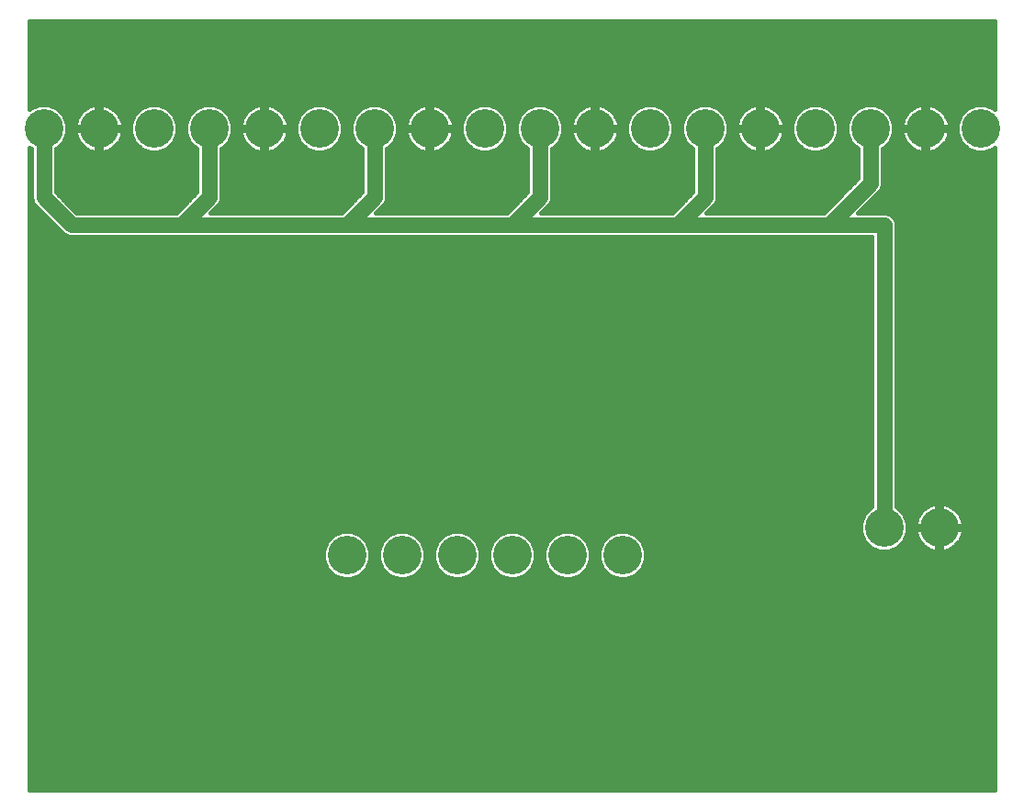
<source format=gbl>
G75*
%MOIN*%
%OFA0B0*%
%FSLAX25Y25*%
%IPPOS*%
%LPD*%
%AMOC8*
5,1,8,0,0,1.08239X$1,22.5*
%
%ADD10C,0.14000*%
%ADD11C,0.01600*%
%ADD12C,0.05600*%
D10*
X0123000Y0091800D03*
X0143000Y0091800D03*
X0163000Y0091800D03*
X0183000Y0091800D03*
X0203000Y0091800D03*
X0223000Y0091800D03*
X0318000Y0101800D03*
X0338000Y0101800D03*
X0333000Y0246800D03*
X0353000Y0246800D03*
X0313000Y0246800D03*
X0293000Y0246800D03*
X0273000Y0246800D03*
X0253000Y0246800D03*
X0233000Y0246800D03*
X0213000Y0246800D03*
X0193000Y0246800D03*
X0173000Y0246800D03*
X0153000Y0246800D03*
X0133000Y0246800D03*
X0113000Y0246800D03*
X0093000Y0246800D03*
X0073000Y0246800D03*
X0053000Y0246800D03*
X0033000Y0246800D03*
X0013000Y0246800D03*
D11*
X0007800Y0239838D02*
X0007800Y0006600D01*
X0358121Y0006600D01*
X0358121Y0239759D01*
X0357872Y0239509D01*
X0354711Y0238200D01*
X0351289Y0238200D01*
X0348128Y0239509D01*
X0345709Y0241928D01*
X0344400Y0245089D01*
X0344400Y0248511D01*
X0345709Y0251672D01*
X0348128Y0254091D01*
X0351289Y0255400D01*
X0354711Y0255400D01*
X0357872Y0254091D01*
X0358121Y0253841D01*
X0358121Y0285701D01*
X0007800Y0285701D01*
X0007800Y0253762D01*
X0008128Y0254091D01*
X0011289Y0255400D01*
X0014711Y0255400D01*
X0017872Y0254091D01*
X0020291Y0251672D01*
X0021600Y0248511D01*
X0021600Y0245089D01*
X0020291Y0241928D01*
X0017872Y0239509D01*
X0017400Y0239314D01*
X0017400Y0223623D01*
X0024823Y0216200D01*
X0061177Y0216200D01*
X0068600Y0223623D01*
X0068600Y0239314D01*
X0068128Y0239509D01*
X0065709Y0241928D01*
X0064400Y0245089D01*
X0064400Y0248511D01*
X0065709Y0251672D01*
X0068128Y0254091D01*
X0071289Y0255400D01*
X0074711Y0255400D01*
X0077872Y0254091D01*
X0080291Y0251672D01*
X0081600Y0248511D01*
X0081600Y0245089D01*
X0080291Y0241928D01*
X0077872Y0239509D01*
X0077400Y0239314D01*
X0077400Y0220925D01*
X0076730Y0219308D01*
X0073623Y0216200D01*
X0121177Y0216200D01*
X0128600Y0223623D01*
X0128600Y0239314D01*
X0128128Y0239509D01*
X0125709Y0241928D01*
X0124400Y0245089D01*
X0124400Y0248511D01*
X0125709Y0251672D01*
X0128128Y0254091D01*
X0131289Y0255400D01*
X0134711Y0255400D01*
X0137872Y0254091D01*
X0140291Y0251672D01*
X0141600Y0248511D01*
X0141600Y0245089D01*
X0140291Y0241928D01*
X0137872Y0239509D01*
X0137400Y0239314D01*
X0137400Y0220925D01*
X0136730Y0219308D01*
X0133623Y0216200D01*
X0181177Y0216200D01*
X0188600Y0223623D01*
X0188600Y0239314D01*
X0188128Y0239509D01*
X0185709Y0241928D01*
X0184400Y0245089D01*
X0184400Y0248511D01*
X0185709Y0251672D01*
X0188128Y0254091D01*
X0191289Y0255400D01*
X0194711Y0255400D01*
X0197872Y0254091D01*
X0200291Y0251672D01*
X0201600Y0248511D01*
X0201600Y0245089D01*
X0200291Y0241928D01*
X0197872Y0239509D01*
X0197400Y0239314D01*
X0197400Y0220925D01*
X0196730Y0219308D01*
X0193623Y0216200D01*
X0241177Y0216200D01*
X0248600Y0223623D01*
X0248600Y0239314D01*
X0248128Y0239509D01*
X0245709Y0241928D01*
X0244400Y0245089D01*
X0244400Y0248511D01*
X0245709Y0251672D01*
X0248128Y0254091D01*
X0251289Y0255400D01*
X0254711Y0255400D01*
X0257872Y0254091D01*
X0260291Y0251672D01*
X0261600Y0248511D01*
X0261600Y0245089D01*
X0260291Y0241928D01*
X0257872Y0239509D01*
X0257400Y0239314D01*
X0257400Y0220925D01*
X0256730Y0219308D01*
X0255492Y0218070D01*
X0255492Y0218070D01*
X0253623Y0216200D01*
X0296177Y0216200D01*
X0308600Y0228623D01*
X0308600Y0239314D01*
X0308128Y0239509D01*
X0305709Y0241928D01*
X0304400Y0245089D01*
X0304400Y0248511D01*
X0305709Y0251672D01*
X0308128Y0254091D01*
X0311289Y0255400D01*
X0314711Y0255400D01*
X0317872Y0254091D01*
X0320291Y0251672D01*
X0321600Y0248511D01*
X0321600Y0245089D01*
X0320291Y0241928D01*
X0317872Y0239509D01*
X0317400Y0239314D01*
X0317400Y0225925D01*
X0316730Y0224308D01*
X0308623Y0216200D01*
X0318875Y0216200D01*
X0320492Y0215530D01*
X0321730Y0214292D01*
X0322400Y0212675D01*
X0322400Y0109286D01*
X0322872Y0109091D01*
X0325291Y0106672D01*
X0326600Y0103511D01*
X0326600Y0100089D01*
X0325291Y0096928D01*
X0322872Y0094509D01*
X0319711Y0093200D01*
X0316289Y0093200D01*
X0313128Y0094509D01*
X0310709Y0096928D01*
X0309400Y0100089D01*
X0309400Y0103511D01*
X0310709Y0106672D01*
X0313128Y0109091D01*
X0313600Y0109286D01*
X0313600Y0207400D01*
X0022125Y0207400D01*
X0020508Y0208070D01*
X0019270Y0209308D01*
X0009270Y0219308D01*
X0008600Y0220925D01*
X0008600Y0239314D01*
X0008128Y0239509D01*
X0007800Y0239838D01*
X0007800Y0238380D02*
X0008600Y0238380D01*
X0008600Y0236781D02*
X0007800Y0236781D01*
X0007800Y0235183D02*
X0008600Y0235183D01*
X0008600Y0233584D02*
X0007800Y0233584D01*
X0007800Y0231986D02*
X0008600Y0231986D01*
X0008600Y0230387D02*
X0007800Y0230387D01*
X0007800Y0228789D02*
X0008600Y0228789D01*
X0008600Y0227190D02*
X0007800Y0227190D01*
X0007800Y0225592D02*
X0008600Y0225592D01*
X0008600Y0223993D02*
X0007800Y0223993D01*
X0007800Y0222395D02*
X0008600Y0222395D01*
X0008653Y0220796D02*
X0007800Y0220796D01*
X0007800Y0219198D02*
X0009380Y0219198D01*
X0007800Y0217599D02*
X0010978Y0217599D01*
X0012577Y0216001D02*
X0007800Y0216001D01*
X0007800Y0214402D02*
X0014175Y0214402D01*
X0015774Y0212803D02*
X0007800Y0212803D01*
X0007800Y0211205D02*
X0017372Y0211205D01*
X0018971Y0209606D02*
X0007800Y0209606D01*
X0007800Y0208008D02*
X0020657Y0208008D01*
X0007800Y0206409D02*
X0313600Y0206409D01*
X0313600Y0204811D02*
X0007800Y0204811D01*
X0007800Y0203212D02*
X0313600Y0203212D01*
X0313600Y0201614D02*
X0007800Y0201614D01*
X0007800Y0200015D02*
X0313600Y0200015D01*
X0313600Y0198417D02*
X0007800Y0198417D01*
X0007800Y0196818D02*
X0313600Y0196818D01*
X0313600Y0195220D02*
X0007800Y0195220D01*
X0007800Y0193621D02*
X0313600Y0193621D01*
X0313600Y0192023D02*
X0007800Y0192023D01*
X0007800Y0190424D02*
X0313600Y0190424D01*
X0313600Y0188826D02*
X0007800Y0188826D01*
X0007800Y0187227D02*
X0313600Y0187227D01*
X0313600Y0185629D02*
X0007800Y0185629D01*
X0007800Y0184030D02*
X0313600Y0184030D01*
X0313600Y0182432D02*
X0007800Y0182432D01*
X0007800Y0180833D02*
X0313600Y0180833D01*
X0313600Y0179235D02*
X0007800Y0179235D01*
X0007800Y0177636D02*
X0313600Y0177636D01*
X0313600Y0176038D02*
X0007800Y0176038D01*
X0007800Y0174439D02*
X0313600Y0174439D01*
X0313600Y0172841D02*
X0007800Y0172841D01*
X0007800Y0171242D02*
X0313600Y0171242D01*
X0313600Y0169644D02*
X0007800Y0169644D01*
X0007800Y0168045D02*
X0313600Y0168045D01*
X0313600Y0166447D02*
X0007800Y0166447D01*
X0007800Y0164848D02*
X0313600Y0164848D01*
X0313600Y0163250D02*
X0007800Y0163250D01*
X0007800Y0161651D02*
X0313600Y0161651D01*
X0313600Y0160053D02*
X0007800Y0160053D01*
X0007800Y0158454D02*
X0313600Y0158454D01*
X0313600Y0156856D02*
X0007800Y0156856D01*
X0007800Y0155257D02*
X0313600Y0155257D01*
X0313600Y0153659D02*
X0007800Y0153659D01*
X0007800Y0152060D02*
X0313600Y0152060D01*
X0313600Y0150462D02*
X0007800Y0150462D01*
X0007800Y0148863D02*
X0313600Y0148863D01*
X0313600Y0147265D02*
X0007800Y0147265D01*
X0007800Y0145666D02*
X0313600Y0145666D01*
X0313600Y0144068D02*
X0007800Y0144068D01*
X0007800Y0142469D02*
X0313600Y0142469D01*
X0313600Y0140870D02*
X0007800Y0140870D01*
X0007800Y0139272D02*
X0313600Y0139272D01*
X0313600Y0137673D02*
X0007800Y0137673D01*
X0007800Y0136075D02*
X0313600Y0136075D01*
X0313600Y0134476D02*
X0007800Y0134476D01*
X0007800Y0132878D02*
X0313600Y0132878D01*
X0313600Y0131279D02*
X0007800Y0131279D01*
X0007800Y0129681D02*
X0313600Y0129681D01*
X0313600Y0128082D02*
X0007800Y0128082D01*
X0007800Y0126484D02*
X0313600Y0126484D01*
X0313600Y0124885D02*
X0007800Y0124885D01*
X0007800Y0123287D02*
X0313600Y0123287D01*
X0313600Y0121688D02*
X0007800Y0121688D01*
X0007800Y0120090D02*
X0313600Y0120090D01*
X0313600Y0118491D02*
X0007800Y0118491D01*
X0007800Y0116893D02*
X0313600Y0116893D01*
X0313600Y0115294D02*
X0007800Y0115294D01*
X0007800Y0113696D02*
X0313600Y0113696D01*
X0313600Y0112097D02*
X0007800Y0112097D01*
X0007800Y0110499D02*
X0313600Y0110499D01*
X0312938Y0108900D02*
X0007800Y0108900D01*
X0007800Y0107302D02*
X0311340Y0107302D01*
X0310308Y0105703D02*
X0007800Y0105703D01*
X0007800Y0104105D02*
X0309646Y0104105D01*
X0309400Y0102506D02*
X0007800Y0102506D01*
X0007800Y0100908D02*
X0309400Y0100908D01*
X0309723Y0099309D02*
X0227344Y0099309D01*
X0227872Y0099091D02*
X0224711Y0100400D01*
X0221289Y0100400D01*
X0218128Y0099091D01*
X0215709Y0096672D01*
X0214400Y0093511D01*
X0214400Y0090089D01*
X0215709Y0086928D01*
X0218128Y0084509D01*
X0221289Y0083200D01*
X0224711Y0083200D01*
X0227872Y0084509D01*
X0230291Y0086928D01*
X0231600Y0090089D01*
X0231600Y0093511D01*
X0230291Y0096672D01*
X0227872Y0099091D01*
X0229252Y0097711D02*
X0310385Y0097711D01*
X0311526Y0096112D02*
X0230522Y0096112D01*
X0231185Y0094514D02*
X0313124Y0094514D01*
X0322876Y0094514D02*
X0333040Y0094514D01*
X0333100Y0094467D02*
X0334099Y0093891D01*
X0335165Y0093449D01*
X0336280Y0093151D01*
X0337200Y0093029D01*
X0337200Y0101000D01*
X0338800Y0101000D01*
X0338800Y0102600D01*
X0346771Y0102600D01*
X0346649Y0103520D01*
X0346351Y0104635D01*
X0345909Y0105700D01*
X0345333Y0106699D01*
X0344630Y0107615D01*
X0343815Y0108430D01*
X0342899Y0109133D01*
X0341900Y0109709D01*
X0340835Y0110151D01*
X0339720Y0110449D01*
X0338800Y0110571D01*
X0338800Y0102600D01*
X0337200Y0102600D01*
X0337200Y0110571D01*
X0336280Y0110449D01*
X0335165Y0110151D01*
X0334099Y0109709D01*
X0333100Y0109133D01*
X0332185Y0108430D01*
X0331370Y0107615D01*
X0330667Y0106699D01*
X0330091Y0105700D01*
X0329649Y0104635D01*
X0329351Y0103520D01*
X0329229Y0102600D01*
X0337200Y0102600D01*
X0337200Y0101000D01*
X0329229Y0101000D01*
X0329351Y0100080D01*
X0329649Y0098965D01*
X0330091Y0097899D01*
X0330667Y0096900D01*
X0331370Y0095985D01*
X0332185Y0095170D01*
X0333100Y0094467D01*
X0331272Y0096112D02*
X0324474Y0096112D01*
X0325615Y0097711D02*
X0330200Y0097711D01*
X0329557Y0099309D02*
X0326277Y0099309D01*
X0326600Y0100908D02*
X0329242Y0100908D01*
X0326600Y0102506D02*
X0337200Y0102506D01*
X0337200Y0100908D02*
X0338800Y0100908D01*
X0338800Y0101000D02*
X0338800Y0093029D01*
X0339720Y0093151D01*
X0340835Y0093449D01*
X0341900Y0093891D01*
X0342899Y0094467D01*
X0343815Y0095170D01*
X0344630Y0095985D01*
X0345333Y0096900D01*
X0345909Y0097899D01*
X0346351Y0098965D01*
X0346649Y0100080D01*
X0346771Y0101000D01*
X0338800Y0101000D01*
X0338800Y0102506D02*
X0358121Y0102506D01*
X0358121Y0100908D02*
X0346758Y0100908D01*
X0346443Y0099309D02*
X0358121Y0099309D01*
X0358121Y0097711D02*
X0345800Y0097711D01*
X0344728Y0096112D02*
X0358121Y0096112D01*
X0358121Y0094514D02*
X0342960Y0094514D01*
X0338800Y0094514D02*
X0337200Y0094514D01*
X0337200Y0096112D02*
X0338800Y0096112D01*
X0338800Y0097711D02*
X0337200Y0097711D01*
X0337200Y0099309D02*
X0338800Y0099309D01*
X0338800Y0104105D02*
X0337200Y0104105D01*
X0337200Y0105703D02*
X0338800Y0105703D01*
X0338800Y0107302D02*
X0337200Y0107302D01*
X0337200Y0108900D02*
X0338800Y0108900D01*
X0338800Y0110499D02*
X0337200Y0110499D01*
X0336654Y0110499D02*
X0322400Y0110499D01*
X0322400Y0112097D02*
X0358121Y0112097D01*
X0358121Y0110499D02*
X0339346Y0110499D01*
X0343202Y0108900D02*
X0358121Y0108900D01*
X0358121Y0107302D02*
X0344871Y0107302D01*
X0345908Y0105703D02*
X0358121Y0105703D01*
X0358121Y0104105D02*
X0346493Y0104105D01*
X0332798Y0108900D02*
X0323062Y0108900D01*
X0324660Y0107302D02*
X0331129Y0107302D01*
X0330092Y0105703D02*
X0325692Y0105703D01*
X0326354Y0104105D02*
X0329507Y0104105D01*
X0322400Y0113696D02*
X0358121Y0113696D01*
X0358121Y0115294D02*
X0322400Y0115294D01*
X0322400Y0116893D02*
X0358121Y0116893D01*
X0358121Y0118491D02*
X0322400Y0118491D01*
X0322400Y0120090D02*
X0358121Y0120090D01*
X0358121Y0121688D02*
X0322400Y0121688D01*
X0322400Y0123287D02*
X0358121Y0123287D01*
X0358121Y0124885D02*
X0322400Y0124885D01*
X0322400Y0126484D02*
X0358121Y0126484D01*
X0358121Y0128082D02*
X0322400Y0128082D01*
X0322400Y0129681D02*
X0358121Y0129681D01*
X0358121Y0131279D02*
X0322400Y0131279D01*
X0322400Y0132878D02*
X0358121Y0132878D01*
X0358121Y0134476D02*
X0322400Y0134476D01*
X0322400Y0136075D02*
X0358121Y0136075D01*
X0358121Y0137673D02*
X0322400Y0137673D01*
X0322400Y0139272D02*
X0358121Y0139272D01*
X0358121Y0140870D02*
X0322400Y0140870D01*
X0322400Y0142469D02*
X0358121Y0142469D01*
X0358121Y0144068D02*
X0322400Y0144068D01*
X0322400Y0145666D02*
X0358121Y0145666D01*
X0358121Y0147265D02*
X0322400Y0147265D01*
X0322400Y0148863D02*
X0358121Y0148863D01*
X0358121Y0150462D02*
X0322400Y0150462D01*
X0322400Y0152060D02*
X0358121Y0152060D01*
X0358121Y0153659D02*
X0322400Y0153659D01*
X0322400Y0155257D02*
X0358121Y0155257D01*
X0358121Y0156856D02*
X0322400Y0156856D01*
X0322400Y0158454D02*
X0358121Y0158454D01*
X0358121Y0160053D02*
X0322400Y0160053D01*
X0322400Y0161651D02*
X0358121Y0161651D01*
X0358121Y0163250D02*
X0322400Y0163250D01*
X0322400Y0164848D02*
X0358121Y0164848D01*
X0358121Y0166447D02*
X0322400Y0166447D01*
X0322400Y0168045D02*
X0358121Y0168045D01*
X0358121Y0169644D02*
X0322400Y0169644D01*
X0322400Y0171242D02*
X0358121Y0171242D01*
X0358121Y0172841D02*
X0322400Y0172841D01*
X0322400Y0174439D02*
X0358121Y0174439D01*
X0358121Y0176038D02*
X0322400Y0176038D01*
X0322400Y0177636D02*
X0358121Y0177636D01*
X0358121Y0179235D02*
X0322400Y0179235D01*
X0322400Y0180833D02*
X0358121Y0180833D01*
X0358121Y0182432D02*
X0322400Y0182432D01*
X0322400Y0184030D02*
X0358121Y0184030D01*
X0358121Y0185629D02*
X0322400Y0185629D01*
X0322400Y0187227D02*
X0358121Y0187227D01*
X0358121Y0188826D02*
X0322400Y0188826D01*
X0322400Y0190424D02*
X0358121Y0190424D01*
X0358121Y0192023D02*
X0322400Y0192023D01*
X0322400Y0193621D02*
X0358121Y0193621D01*
X0358121Y0195220D02*
X0322400Y0195220D01*
X0322400Y0196818D02*
X0358121Y0196818D01*
X0358121Y0198417D02*
X0322400Y0198417D01*
X0322400Y0200015D02*
X0358121Y0200015D01*
X0358121Y0201614D02*
X0322400Y0201614D01*
X0322400Y0203212D02*
X0358121Y0203212D01*
X0358121Y0204811D02*
X0322400Y0204811D01*
X0322400Y0206409D02*
X0358121Y0206409D01*
X0358121Y0208008D02*
X0322400Y0208008D01*
X0322400Y0209606D02*
X0358121Y0209606D01*
X0358121Y0211205D02*
X0322400Y0211205D01*
X0322347Y0212803D02*
X0358121Y0212803D01*
X0358121Y0214402D02*
X0321621Y0214402D01*
X0319357Y0216001D02*
X0358121Y0216001D01*
X0358121Y0217599D02*
X0310022Y0217599D01*
X0311620Y0219198D02*
X0358121Y0219198D01*
X0358121Y0220796D02*
X0313219Y0220796D01*
X0314817Y0222395D02*
X0358121Y0222395D01*
X0358121Y0223993D02*
X0316416Y0223993D01*
X0317262Y0225592D02*
X0358121Y0225592D01*
X0358121Y0227190D02*
X0317400Y0227190D01*
X0317400Y0228789D02*
X0358121Y0228789D01*
X0358121Y0230387D02*
X0317400Y0230387D01*
X0317400Y0231986D02*
X0358121Y0231986D01*
X0358121Y0233584D02*
X0317400Y0233584D01*
X0317400Y0235183D02*
X0358121Y0235183D01*
X0358121Y0236781D02*
X0317400Y0236781D01*
X0317400Y0238380D02*
X0330424Y0238380D01*
X0330165Y0238449D02*
X0331280Y0238151D01*
X0332200Y0238029D01*
X0332200Y0246000D01*
X0333800Y0246000D01*
X0333800Y0247600D01*
X0341771Y0247600D01*
X0341649Y0248520D01*
X0341351Y0249635D01*
X0340909Y0250700D01*
X0340333Y0251699D01*
X0339630Y0252615D01*
X0338815Y0253430D01*
X0337899Y0254133D01*
X0336900Y0254709D01*
X0335835Y0255151D01*
X0334720Y0255449D01*
X0333800Y0255571D01*
X0333800Y0247600D01*
X0332200Y0247600D01*
X0332200Y0255571D01*
X0331280Y0255449D01*
X0330165Y0255151D01*
X0329099Y0254709D01*
X0328100Y0254133D01*
X0327185Y0253430D01*
X0326370Y0252615D01*
X0325667Y0251699D01*
X0325091Y0250700D01*
X0324649Y0249635D01*
X0324351Y0248520D01*
X0324229Y0247600D01*
X0332200Y0247600D01*
X0332200Y0246000D01*
X0324229Y0246000D01*
X0324351Y0245080D01*
X0324649Y0243965D01*
X0325091Y0242899D01*
X0325667Y0241900D01*
X0326370Y0240985D01*
X0327185Y0240170D01*
X0328100Y0239467D01*
X0329099Y0238891D01*
X0330165Y0238449D01*
X0332200Y0238380D02*
X0333800Y0238380D01*
X0333800Y0238029D02*
X0334720Y0238151D01*
X0335835Y0238449D01*
X0336900Y0238891D01*
X0337899Y0239467D01*
X0338815Y0240170D01*
X0339630Y0240985D01*
X0340333Y0241900D01*
X0340909Y0242899D01*
X0341351Y0243965D01*
X0341649Y0245080D01*
X0341771Y0246000D01*
X0333800Y0246000D01*
X0333800Y0238029D01*
X0335575Y0238380D02*
X0350856Y0238380D01*
X0347660Y0239978D02*
X0338565Y0239978D01*
X0340084Y0241577D02*
X0346061Y0241577D01*
X0345193Y0243175D02*
X0341024Y0243175D01*
X0341567Y0244774D02*
X0344531Y0244774D01*
X0344400Y0246372D02*
X0333800Y0246372D01*
X0333800Y0244774D02*
X0332200Y0244774D01*
X0332200Y0246372D02*
X0321600Y0246372D01*
X0321600Y0247971D02*
X0324278Y0247971D01*
X0324632Y0249569D02*
X0321162Y0249569D01*
X0320499Y0251168D02*
X0325360Y0251168D01*
X0326521Y0252766D02*
X0319196Y0252766D01*
X0317210Y0254365D02*
X0328503Y0254365D01*
X0332200Y0254365D02*
X0333800Y0254365D01*
X0333800Y0252766D02*
X0332200Y0252766D01*
X0332200Y0251168D02*
X0333800Y0251168D01*
X0333800Y0249569D02*
X0332200Y0249569D01*
X0332200Y0247971D02*
X0333800Y0247971D01*
X0333800Y0243175D02*
X0332200Y0243175D01*
X0332200Y0241577D02*
X0333800Y0241577D01*
X0333800Y0239978D02*
X0332200Y0239978D01*
X0327435Y0239978D02*
X0318340Y0239978D01*
X0319939Y0241577D02*
X0325916Y0241577D01*
X0324976Y0243175D02*
X0320807Y0243175D01*
X0321469Y0244774D02*
X0324433Y0244774D01*
X0337497Y0254365D02*
X0348790Y0254365D01*
X0346804Y0252766D02*
X0339479Y0252766D01*
X0340640Y0251168D02*
X0345501Y0251168D01*
X0344838Y0249569D02*
X0341368Y0249569D01*
X0341722Y0247971D02*
X0344400Y0247971D01*
X0357210Y0254365D02*
X0358121Y0254365D01*
X0358121Y0255963D02*
X0007800Y0255963D01*
X0007800Y0254365D02*
X0008790Y0254365D01*
X0007800Y0257562D02*
X0358121Y0257562D01*
X0358121Y0259160D02*
X0007800Y0259160D01*
X0007800Y0260759D02*
X0358121Y0260759D01*
X0358121Y0262357D02*
X0007800Y0262357D01*
X0007800Y0263956D02*
X0358121Y0263956D01*
X0358121Y0265554D02*
X0007800Y0265554D01*
X0007800Y0267153D02*
X0358121Y0267153D01*
X0358121Y0268751D02*
X0007800Y0268751D01*
X0007800Y0270350D02*
X0358121Y0270350D01*
X0358121Y0271948D02*
X0007800Y0271948D01*
X0007800Y0273547D02*
X0358121Y0273547D01*
X0358121Y0275145D02*
X0007800Y0275145D01*
X0007800Y0276744D02*
X0358121Y0276744D01*
X0358121Y0278342D02*
X0007800Y0278342D01*
X0007800Y0279941D02*
X0358121Y0279941D01*
X0358121Y0281539D02*
X0007800Y0281539D01*
X0007800Y0283138D02*
X0358121Y0283138D01*
X0358121Y0284737D02*
X0007800Y0284737D01*
X0030165Y0255151D02*
X0031280Y0255449D01*
X0032200Y0255571D01*
X0032200Y0247600D01*
X0033800Y0247600D01*
X0041771Y0247600D01*
X0041649Y0248520D01*
X0041351Y0249635D01*
X0040909Y0250700D01*
X0040333Y0251699D01*
X0039630Y0252615D01*
X0038815Y0253430D01*
X0037899Y0254133D01*
X0036900Y0254709D01*
X0035835Y0255151D01*
X0034720Y0255449D01*
X0033800Y0255571D01*
X0033800Y0247600D01*
X0033800Y0246000D01*
X0041771Y0246000D01*
X0041649Y0245080D01*
X0041351Y0243965D01*
X0040909Y0242899D01*
X0040333Y0241900D01*
X0039630Y0240985D01*
X0038815Y0240170D01*
X0037899Y0239467D01*
X0036900Y0238891D01*
X0035835Y0238449D01*
X0034720Y0238151D01*
X0033800Y0238029D01*
X0033800Y0246000D01*
X0032200Y0246000D01*
X0032200Y0238029D01*
X0031280Y0238151D01*
X0030165Y0238449D01*
X0029099Y0238891D01*
X0028100Y0239467D01*
X0027185Y0240170D01*
X0026370Y0240985D01*
X0025667Y0241900D01*
X0025091Y0242899D01*
X0024649Y0243965D01*
X0024351Y0245080D01*
X0024229Y0246000D01*
X0032200Y0246000D01*
X0032200Y0247600D01*
X0024229Y0247600D01*
X0024351Y0248520D01*
X0024649Y0249635D01*
X0025091Y0250700D01*
X0025667Y0251699D01*
X0026370Y0252615D01*
X0027185Y0253430D01*
X0028100Y0254133D01*
X0029099Y0254709D01*
X0030165Y0255151D01*
X0028503Y0254365D02*
X0017210Y0254365D01*
X0019196Y0252766D02*
X0026521Y0252766D01*
X0025360Y0251168D02*
X0020499Y0251168D01*
X0021162Y0249569D02*
X0024632Y0249569D01*
X0024278Y0247971D02*
X0021600Y0247971D01*
X0021600Y0246372D02*
X0032200Y0246372D01*
X0032200Y0244774D02*
X0033800Y0244774D01*
X0033800Y0246372D02*
X0044400Y0246372D01*
X0044400Y0245089D02*
X0045709Y0241928D01*
X0048128Y0239509D01*
X0051289Y0238200D01*
X0054711Y0238200D01*
X0057872Y0239509D01*
X0060291Y0241928D01*
X0061600Y0245089D01*
X0061600Y0248511D01*
X0060291Y0251672D01*
X0057872Y0254091D01*
X0054711Y0255400D01*
X0051289Y0255400D01*
X0048128Y0254091D01*
X0045709Y0251672D01*
X0044400Y0248511D01*
X0044400Y0245089D01*
X0044531Y0244774D02*
X0041567Y0244774D01*
X0041024Y0243175D02*
X0045193Y0243175D01*
X0046061Y0241577D02*
X0040084Y0241577D01*
X0038565Y0239978D02*
X0047660Y0239978D01*
X0050856Y0238380D02*
X0035575Y0238380D01*
X0033800Y0238380D02*
X0032200Y0238380D01*
X0032200Y0239978D02*
X0033800Y0239978D01*
X0033800Y0241577D02*
X0032200Y0241577D01*
X0032200Y0243175D02*
X0033800Y0243175D01*
X0030424Y0238380D02*
X0017400Y0238380D01*
X0017400Y0236781D02*
X0068600Y0236781D01*
X0068600Y0235183D02*
X0017400Y0235183D01*
X0017400Y0233584D02*
X0068600Y0233584D01*
X0068600Y0231986D02*
X0017400Y0231986D01*
X0017400Y0230387D02*
X0068600Y0230387D01*
X0068600Y0228789D02*
X0017400Y0228789D01*
X0017400Y0227190D02*
X0068600Y0227190D01*
X0068600Y0225592D02*
X0017400Y0225592D01*
X0017400Y0223993D02*
X0068600Y0223993D01*
X0067372Y0222395D02*
X0018628Y0222395D01*
X0020226Y0220796D02*
X0065774Y0220796D01*
X0064175Y0219198D02*
X0021825Y0219198D01*
X0023423Y0217599D02*
X0062576Y0217599D01*
X0075022Y0217599D02*
X0122576Y0217599D01*
X0124175Y0219198D02*
X0076620Y0219198D01*
X0077347Y0220796D02*
X0125774Y0220796D01*
X0127372Y0222395D02*
X0077400Y0222395D01*
X0077400Y0223993D02*
X0128600Y0223993D01*
X0128600Y0225592D02*
X0077400Y0225592D01*
X0077400Y0227190D02*
X0128600Y0227190D01*
X0128600Y0228789D02*
X0077400Y0228789D01*
X0077400Y0230387D02*
X0128600Y0230387D01*
X0128600Y0231986D02*
X0077400Y0231986D01*
X0077400Y0233584D02*
X0128600Y0233584D01*
X0128600Y0235183D02*
X0077400Y0235183D01*
X0077400Y0236781D02*
X0128600Y0236781D01*
X0128600Y0238380D02*
X0115144Y0238380D01*
X0114711Y0238200D02*
X0117872Y0239509D01*
X0120291Y0241928D01*
X0121600Y0245089D01*
X0121600Y0248511D01*
X0120291Y0251672D01*
X0117872Y0254091D01*
X0114711Y0255400D01*
X0111289Y0255400D01*
X0108128Y0254091D01*
X0105709Y0251672D01*
X0104400Y0248511D01*
X0104400Y0245089D01*
X0105709Y0241928D01*
X0108128Y0239509D01*
X0111289Y0238200D01*
X0114711Y0238200D01*
X0110856Y0238380D02*
X0095575Y0238380D01*
X0095835Y0238449D02*
X0096900Y0238891D01*
X0097899Y0239467D01*
X0098815Y0240170D01*
X0099630Y0240985D01*
X0100333Y0241900D01*
X0100909Y0242899D01*
X0101351Y0243965D01*
X0101649Y0245080D01*
X0101771Y0246000D01*
X0093800Y0246000D01*
X0093800Y0247600D01*
X0101771Y0247600D01*
X0101649Y0248520D01*
X0101351Y0249635D01*
X0100909Y0250700D01*
X0100333Y0251699D01*
X0099630Y0252615D01*
X0098815Y0253430D01*
X0097899Y0254133D01*
X0096900Y0254709D01*
X0095835Y0255151D01*
X0094720Y0255449D01*
X0093800Y0255571D01*
X0093800Y0247600D01*
X0092200Y0247600D01*
X0092200Y0255571D01*
X0091280Y0255449D01*
X0090165Y0255151D01*
X0089099Y0254709D01*
X0088100Y0254133D01*
X0087185Y0253430D01*
X0086370Y0252615D01*
X0085667Y0251699D01*
X0085091Y0250700D01*
X0084649Y0249635D01*
X0084351Y0248520D01*
X0084229Y0247600D01*
X0092200Y0247600D01*
X0092200Y0246000D01*
X0093800Y0246000D01*
X0093800Y0238029D01*
X0094720Y0238151D01*
X0095835Y0238449D01*
X0093800Y0238380D02*
X0092200Y0238380D01*
X0092200Y0238029D02*
X0092200Y0246000D01*
X0084229Y0246000D01*
X0084351Y0245080D01*
X0084649Y0243965D01*
X0085091Y0242899D01*
X0085667Y0241900D01*
X0086370Y0240985D01*
X0087185Y0240170D01*
X0088100Y0239467D01*
X0089099Y0238891D01*
X0090165Y0238449D01*
X0091280Y0238151D01*
X0092200Y0238029D01*
X0090424Y0238380D02*
X0077400Y0238380D01*
X0078340Y0239978D02*
X0087435Y0239978D01*
X0085916Y0241577D02*
X0079939Y0241577D01*
X0080807Y0243175D02*
X0084976Y0243175D01*
X0084433Y0244774D02*
X0081469Y0244774D01*
X0081600Y0246372D02*
X0092200Y0246372D01*
X0092200Y0244774D02*
X0093800Y0244774D01*
X0093800Y0246372D02*
X0104400Y0246372D01*
X0104400Y0247971D02*
X0101722Y0247971D01*
X0101368Y0249569D02*
X0104838Y0249569D01*
X0105501Y0251168D02*
X0100640Y0251168D01*
X0099479Y0252766D02*
X0106804Y0252766D01*
X0108790Y0254365D02*
X0097497Y0254365D01*
X0093800Y0254365D02*
X0092200Y0254365D01*
X0092200Y0252766D02*
X0093800Y0252766D01*
X0093800Y0251168D02*
X0092200Y0251168D01*
X0092200Y0249569D02*
X0093800Y0249569D01*
X0093800Y0247971D02*
X0092200Y0247971D01*
X0092200Y0243175D02*
X0093800Y0243175D01*
X0093800Y0241577D02*
X0092200Y0241577D01*
X0092200Y0239978D02*
X0093800Y0239978D01*
X0098565Y0239978D02*
X0107660Y0239978D01*
X0106061Y0241577D02*
X0100084Y0241577D01*
X0101024Y0243175D02*
X0105193Y0243175D01*
X0104531Y0244774D02*
X0101567Y0244774D01*
X0088503Y0254365D02*
X0077210Y0254365D01*
X0079196Y0252766D02*
X0086521Y0252766D01*
X0085360Y0251168D02*
X0080499Y0251168D01*
X0081162Y0249569D02*
X0084632Y0249569D01*
X0084278Y0247971D02*
X0081600Y0247971D01*
X0068790Y0254365D02*
X0057210Y0254365D01*
X0059196Y0252766D02*
X0066804Y0252766D01*
X0065501Y0251168D02*
X0060499Y0251168D01*
X0061162Y0249569D02*
X0064838Y0249569D01*
X0064400Y0247971D02*
X0061600Y0247971D01*
X0061600Y0246372D02*
X0064400Y0246372D01*
X0064531Y0244774D02*
X0061469Y0244774D01*
X0060807Y0243175D02*
X0065193Y0243175D01*
X0066061Y0241577D02*
X0059939Y0241577D01*
X0058340Y0239978D02*
X0067660Y0239978D01*
X0068600Y0238380D02*
X0055144Y0238380D01*
X0044400Y0247971D02*
X0041722Y0247971D01*
X0041368Y0249569D02*
X0044838Y0249569D01*
X0045501Y0251168D02*
X0040640Y0251168D01*
X0039479Y0252766D02*
X0046804Y0252766D01*
X0048790Y0254365D02*
X0037497Y0254365D01*
X0033800Y0254365D02*
X0032200Y0254365D01*
X0032200Y0252766D02*
X0033800Y0252766D01*
X0033800Y0251168D02*
X0032200Y0251168D01*
X0032200Y0249569D02*
X0033800Y0249569D01*
X0033800Y0247971D02*
X0032200Y0247971D01*
X0024433Y0244774D02*
X0021469Y0244774D01*
X0020807Y0243175D02*
X0024976Y0243175D01*
X0025916Y0241577D02*
X0019939Y0241577D01*
X0018340Y0239978D02*
X0027435Y0239978D01*
X0118340Y0239978D02*
X0127660Y0239978D01*
X0126061Y0241577D02*
X0119939Y0241577D01*
X0120807Y0243175D02*
X0125193Y0243175D01*
X0124531Y0244774D02*
X0121469Y0244774D01*
X0121600Y0246372D02*
X0124400Y0246372D01*
X0124400Y0247971D02*
X0121600Y0247971D01*
X0121162Y0249569D02*
X0124838Y0249569D01*
X0125501Y0251168D02*
X0120499Y0251168D01*
X0119196Y0252766D02*
X0126804Y0252766D01*
X0128790Y0254365D02*
X0117210Y0254365D01*
X0137210Y0254365D02*
X0148503Y0254365D01*
X0148100Y0254133D02*
X0147185Y0253430D01*
X0146370Y0252615D01*
X0145667Y0251699D01*
X0145091Y0250700D01*
X0144649Y0249635D01*
X0144351Y0248520D01*
X0144229Y0247600D01*
X0152200Y0247600D01*
X0152200Y0255571D01*
X0151280Y0255449D01*
X0150165Y0255151D01*
X0149099Y0254709D01*
X0148100Y0254133D01*
X0146521Y0252766D02*
X0139196Y0252766D01*
X0140499Y0251168D02*
X0145360Y0251168D01*
X0144632Y0249569D02*
X0141162Y0249569D01*
X0141600Y0247971D02*
X0144278Y0247971D01*
X0144229Y0246000D02*
X0144351Y0245080D01*
X0144649Y0243965D01*
X0145091Y0242899D01*
X0145667Y0241900D01*
X0146370Y0240985D01*
X0147185Y0240170D01*
X0148100Y0239467D01*
X0149099Y0238891D01*
X0150165Y0238449D01*
X0151280Y0238151D01*
X0152200Y0238029D01*
X0152200Y0246000D01*
X0153800Y0246000D01*
X0153800Y0247600D01*
X0161771Y0247600D01*
X0161649Y0248520D01*
X0161351Y0249635D01*
X0160909Y0250700D01*
X0160333Y0251699D01*
X0159630Y0252615D01*
X0158815Y0253430D01*
X0157899Y0254133D01*
X0156900Y0254709D01*
X0155835Y0255151D01*
X0154720Y0255449D01*
X0153800Y0255571D01*
X0153800Y0247600D01*
X0152200Y0247600D01*
X0152200Y0246000D01*
X0144229Y0246000D01*
X0144433Y0244774D02*
X0141469Y0244774D01*
X0141600Y0246372D02*
X0152200Y0246372D01*
X0152200Y0244774D02*
X0153800Y0244774D01*
X0153800Y0246000D02*
X0153800Y0238029D01*
X0154720Y0238151D01*
X0155835Y0238449D01*
X0156900Y0238891D01*
X0157899Y0239467D01*
X0158815Y0240170D01*
X0159630Y0240985D01*
X0160333Y0241900D01*
X0160909Y0242899D01*
X0161351Y0243965D01*
X0161649Y0245080D01*
X0161771Y0246000D01*
X0153800Y0246000D01*
X0153800Y0246372D02*
X0164400Y0246372D01*
X0164400Y0245089D02*
X0165709Y0241928D01*
X0168128Y0239509D01*
X0171289Y0238200D01*
X0174711Y0238200D01*
X0177872Y0239509D01*
X0180291Y0241928D01*
X0181600Y0245089D01*
X0181600Y0248511D01*
X0180291Y0251672D01*
X0177872Y0254091D01*
X0174711Y0255400D01*
X0171289Y0255400D01*
X0168128Y0254091D01*
X0165709Y0251672D01*
X0164400Y0248511D01*
X0164400Y0245089D01*
X0164531Y0244774D02*
X0161567Y0244774D01*
X0161024Y0243175D02*
X0165193Y0243175D01*
X0166061Y0241577D02*
X0160084Y0241577D01*
X0158565Y0239978D02*
X0167660Y0239978D01*
X0170856Y0238380D02*
X0155575Y0238380D01*
X0153800Y0238380D02*
X0152200Y0238380D01*
X0152200Y0239978D02*
X0153800Y0239978D01*
X0153800Y0241577D02*
X0152200Y0241577D01*
X0152200Y0243175D02*
X0153800Y0243175D01*
X0150424Y0238380D02*
X0137400Y0238380D01*
X0137400Y0236781D02*
X0188600Y0236781D01*
X0188600Y0235183D02*
X0137400Y0235183D01*
X0137400Y0233584D02*
X0188600Y0233584D01*
X0188600Y0231986D02*
X0137400Y0231986D01*
X0137400Y0230387D02*
X0188600Y0230387D01*
X0188600Y0228789D02*
X0137400Y0228789D01*
X0137400Y0227190D02*
X0188600Y0227190D01*
X0188600Y0225592D02*
X0137400Y0225592D01*
X0137400Y0223993D02*
X0188600Y0223993D01*
X0187372Y0222395D02*
X0137400Y0222395D01*
X0137347Y0220796D02*
X0185774Y0220796D01*
X0184175Y0219198D02*
X0136620Y0219198D01*
X0135022Y0217599D02*
X0182576Y0217599D01*
X0195022Y0217599D02*
X0242577Y0217599D01*
X0244175Y0219198D02*
X0196620Y0219198D01*
X0197347Y0220796D02*
X0245774Y0220796D01*
X0247372Y0222395D02*
X0197400Y0222395D01*
X0197400Y0223993D02*
X0248600Y0223993D01*
X0248600Y0225592D02*
X0197400Y0225592D01*
X0197400Y0227190D02*
X0248600Y0227190D01*
X0248600Y0228789D02*
X0197400Y0228789D01*
X0197400Y0230387D02*
X0248600Y0230387D01*
X0248600Y0231986D02*
X0197400Y0231986D01*
X0197400Y0233584D02*
X0248600Y0233584D01*
X0248600Y0235183D02*
X0197400Y0235183D01*
X0197400Y0236781D02*
X0248600Y0236781D01*
X0248600Y0238380D02*
X0235144Y0238380D01*
X0234711Y0238200D02*
X0237872Y0239509D01*
X0240291Y0241928D01*
X0241600Y0245089D01*
X0241600Y0248511D01*
X0240291Y0251672D01*
X0237872Y0254091D01*
X0234711Y0255400D01*
X0231289Y0255400D01*
X0228128Y0254091D01*
X0225709Y0251672D01*
X0224400Y0248511D01*
X0224400Y0245089D01*
X0225709Y0241928D01*
X0228128Y0239509D01*
X0231289Y0238200D01*
X0234711Y0238200D01*
X0230856Y0238380D02*
X0215575Y0238380D01*
X0215835Y0238449D02*
X0216900Y0238891D01*
X0217899Y0239467D01*
X0218815Y0240170D01*
X0219630Y0240985D01*
X0220333Y0241900D01*
X0220909Y0242899D01*
X0221351Y0243965D01*
X0221649Y0245080D01*
X0221771Y0246000D01*
X0213800Y0246000D01*
X0213800Y0247600D01*
X0221771Y0247600D01*
X0221649Y0248520D01*
X0221351Y0249635D01*
X0220909Y0250700D01*
X0220333Y0251699D01*
X0219630Y0252615D01*
X0218815Y0253430D01*
X0217899Y0254133D01*
X0216900Y0254709D01*
X0215835Y0255151D01*
X0214720Y0255449D01*
X0213800Y0255571D01*
X0213800Y0247600D01*
X0212200Y0247600D01*
X0212200Y0255571D01*
X0211280Y0255449D01*
X0210165Y0255151D01*
X0209099Y0254709D01*
X0208100Y0254133D01*
X0207185Y0253430D01*
X0206370Y0252615D01*
X0205667Y0251699D01*
X0205091Y0250700D01*
X0204649Y0249635D01*
X0204351Y0248520D01*
X0204229Y0247600D01*
X0212200Y0247600D01*
X0212200Y0246000D01*
X0213800Y0246000D01*
X0213800Y0238029D01*
X0214720Y0238151D01*
X0215835Y0238449D01*
X0213800Y0238380D02*
X0212200Y0238380D01*
X0212200Y0238029D02*
X0212200Y0246000D01*
X0204229Y0246000D01*
X0204351Y0245080D01*
X0204649Y0243965D01*
X0205091Y0242899D01*
X0205667Y0241900D01*
X0206370Y0240985D01*
X0207185Y0240170D01*
X0208100Y0239467D01*
X0209099Y0238891D01*
X0210165Y0238449D01*
X0211280Y0238151D01*
X0212200Y0238029D01*
X0210424Y0238380D02*
X0197400Y0238380D01*
X0198340Y0239978D02*
X0207435Y0239978D01*
X0205916Y0241577D02*
X0199939Y0241577D01*
X0200807Y0243175D02*
X0204976Y0243175D01*
X0204433Y0244774D02*
X0201469Y0244774D01*
X0201600Y0246372D02*
X0212200Y0246372D01*
X0212200Y0244774D02*
X0213800Y0244774D01*
X0213800Y0246372D02*
X0224400Y0246372D01*
X0224400Y0247971D02*
X0221722Y0247971D01*
X0221368Y0249569D02*
X0224838Y0249569D01*
X0225501Y0251168D02*
X0220640Y0251168D01*
X0219479Y0252766D02*
X0226804Y0252766D01*
X0228790Y0254365D02*
X0217497Y0254365D01*
X0213800Y0254365D02*
X0212200Y0254365D01*
X0212200Y0252766D02*
X0213800Y0252766D01*
X0213800Y0251168D02*
X0212200Y0251168D01*
X0212200Y0249569D02*
X0213800Y0249569D01*
X0213800Y0247971D02*
X0212200Y0247971D01*
X0212200Y0243175D02*
X0213800Y0243175D01*
X0213800Y0241577D02*
X0212200Y0241577D01*
X0212200Y0239978D02*
X0213800Y0239978D01*
X0218565Y0239978D02*
X0227660Y0239978D01*
X0226061Y0241577D02*
X0220084Y0241577D01*
X0221024Y0243175D02*
X0225193Y0243175D01*
X0224531Y0244774D02*
X0221567Y0244774D01*
X0208503Y0254365D02*
X0197210Y0254365D01*
X0199196Y0252766D02*
X0206521Y0252766D01*
X0205360Y0251168D02*
X0200499Y0251168D01*
X0201162Y0249569D02*
X0204632Y0249569D01*
X0204278Y0247971D02*
X0201600Y0247971D01*
X0188790Y0254365D02*
X0177210Y0254365D01*
X0179196Y0252766D02*
X0186804Y0252766D01*
X0185501Y0251168D02*
X0180499Y0251168D01*
X0181162Y0249569D02*
X0184838Y0249569D01*
X0184400Y0247971D02*
X0181600Y0247971D01*
X0181600Y0246372D02*
X0184400Y0246372D01*
X0184531Y0244774D02*
X0181469Y0244774D01*
X0180807Y0243175D02*
X0185193Y0243175D01*
X0186061Y0241577D02*
X0179939Y0241577D01*
X0178340Y0239978D02*
X0187660Y0239978D01*
X0188600Y0238380D02*
X0175144Y0238380D01*
X0164400Y0247971D02*
X0161722Y0247971D01*
X0161368Y0249569D02*
X0164838Y0249569D01*
X0165501Y0251168D02*
X0160640Y0251168D01*
X0159479Y0252766D02*
X0166804Y0252766D01*
X0168790Y0254365D02*
X0157497Y0254365D01*
X0153800Y0254365D02*
X0152200Y0254365D01*
X0152200Y0252766D02*
X0153800Y0252766D01*
X0153800Y0251168D02*
X0152200Y0251168D01*
X0152200Y0249569D02*
X0153800Y0249569D01*
X0153800Y0247971D02*
X0152200Y0247971D01*
X0144976Y0243175D02*
X0140807Y0243175D01*
X0139939Y0241577D02*
X0145916Y0241577D01*
X0147435Y0239978D02*
X0138340Y0239978D01*
X0237210Y0254365D02*
X0248790Y0254365D01*
X0246804Y0252766D02*
X0239196Y0252766D01*
X0240499Y0251168D02*
X0245501Y0251168D01*
X0244838Y0249569D02*
X0241162Y0249569D01*
X0241600Y0247971D02*
X0244400Y0247971D01*
X0244400Y0246372D02*
X0241600Y0246372D01*
X0241469Y0244774D02*
X0244531Y0244774D01*
X0245193Y0243175D02*
X0240807Y0243175D01*
X0239939Y0241577D02*
X0246061Y0241577D01*
X0247660Y0239978D02*
X0238340Y0239978D01*
X0257400Y0238380D02*
X0270424Y0238380D01*
X0270165Y0238449D02*
X0271280Y0238151D01*
X0272200Y0238029D01*
X0272200Y0246000D01*
X0273800Y0246000D01*
X0273800Y0247600D01*
X0281771Y0247600D01*
X0281649Y0248520D01*
X0281351Y0249635D01*
X0280909Y0250700D01*
X0280333Y0251699D01*
X0279630Y0252615D01*
X0278815Y0253430D01*
X0277899Y0254133D01*
X0276900Y0254709D01*
X0275835Y0255151D01*
X0274720Y0255449D01*
X0273800Y0255571D01*
X0273800Y0247600D01*
X0272200Y0247600D01*
X0272200Y0255571D01*
X0271280Y0255449D01*
X0270165Y0255151D01*
X0269099Y0254709D01*
X0268100Y0254133D01*
X0267185Y0253430D01*
X0266370Y0252615D01*
X0265667Y0251699D01*
X0265091Y0250700D01*
X0264649Y0249635D01*
X0264351Y0248520D01*
X0264229Y0247600D01*
X0272200Y0247600D01*
X0272200Y0246000D01*
X0264229Y0246000D01*
X0264351Y0245080D01*
X0264649Y0243965D01*
X0265091Y0242899D01*
X0265667Y0241900D01*
X0266370Y0240985D01*
X0267185Y0240170D01*
X0268100Y0239467D01*
X0269099Y0238891D01*
X0270165Y0238449D01*
X0272200Y0238380D02*
X0273800Y0238380D01*
X0273800Y0238029D02*
X0274720Y0238151D01*
X0275835Y0238449D01*
X0276900Y0238891D01*
X0277899Y0239467D01*
X0278815Y0240170D01*
X0279630Y0240985D01*
X0280333Y0241900D01*
X0280909Y0242899D01*
X0281351Y0243965D01*
X0281649Y0245080D01*
X0281771Y0246000D01*
X0273800Y0246000D01*
X0273800Y0238029D01*
X0275575Y0238380D02*
X0290856Y0238380D01*
X0291289Y0238200D02*
X0294711Y0238200D01*
X0297872Y0239509D01*
X0300291Y0241928D01*
X0301600Y0245089D01*
X0301600Y0248511D01*
X0300291Y0251672D01*
X0297872Y0254091D01*
X0294711Y0255400D01*
X0291289Y0255400D01*
X0288128Y0254091D01*
X0285709Y0251672D01*
X0284400Y0248511D01*
X0284400Y0245089D01*
X0285709Y0241928D01*
X0288128Y0239509D01*
X0291289Y0238200D01*
X0295144Y0238380D02*
X0308600Y0238380D01*
X0308600Y0236781D02*
X0257400Y0236781D01*
X0257400Y0235183D02*
X0308600Y0235183D01*
X0308600Y0233584D02*
X0257400Y0233584D01*
X0257400Y0231986D02*
X0308600Y0231986D01*
X0308600Y0230387D02*
X0257400Y0230387D01*
X0257400Y0228789D02*
X0308600Y0228789D01*
X0307168Y0227190D02*
X0257400Y0227190D01*
X0257400Y0225592D02*
X0305569Y0225592D01*
X0303971Y0223993D02*
X0257400Y0223993D01*
X0257400Y0222395D02*
X0302372Y0222395D01*
X0300774Y0220796D02*
X0257347Y0220796D01*
X0256620Y0219198D02*
X0299175Y0219198D01*
X0297577Y0217599D02*
X0255022Y0217599D01*
X0258340Y0239978D02*
X0267435Y0239978D01*
X0265916Y0241577D02*
X0259939Y0241577D01*
X0260807Y0243175D02*
X0264976Y0243175D01*
X0264433Y0244774D02*
X0261469Y0244774D01*
X0261600Y0246372D02*
X0272200Y0246372D01*
X0272200Y0244774D02*
X0273800Y0244774D01*
X0273800Y0246372D02*
X0284400Y0246372D01*
X0284400Y0247971D02*
X0281722Y0247971D01*
X0281368Y0249569D02*
X0284838Y0249569D01*
X0285501Y0251168D02*
X0280640Y0251168D01*
X0279479Y0252766D02*
X0286804Y0252766D01*
X0288790Y0254365D02*
X0277497Y0254365D01*
X0273800Y0254365D02*
X0272200Y0254365D01*
X0272200Y0252766D02*
X0273800Y0252766D01*
X0273800Y0251168D02*
X0272200Y0251168D01*
X0272200Y0249569D02*
X0273800Y0249569D01*
X0273800Y0247971D02*
X0272200Y0247971D01*
X0272200Y0243175D02*
X0273800Y0243175D01*
X0273800Y0241577D02*
X0272200Y0241577D01*
X0272200Y0239978D02*
X0273800Y0239978D01*
X0278565Y0239978D02*
X0287660Y0239978D01*
X0286061Y0241577D02*
X0280084Y0241577D01*
X0281024Y0243175D02*
X0285193Y0243175D01*
X0284531Y0244774D02*
X0281567Y0244774D01*
X0268503Y0254365D02*
X0257210Y0254365D01*
X0259196Y0252766D02*
X0266521Y0252766D01*
X0265360Y0251168D02*
X0260499Y0251168D01*
X0261162Y0249569D02*
X0264632Y0249569D01*
X0264278Y0247971D02*
X0261600Y0247971D01*
X0297210Y0254365D02*
X0308790Y0254365D01*
X0306804Y0252766D02*
X0299196Y0252766D01*
X0300499Y0251168D02*
X0305501Y0251168D01*
X0304838Y0249569D02*
X0301162Y0249569D01*
X0301600Y0247971D02*
X0304400Y0247971D01*
X0304400Y0246372D02*
X0301600Y0246372D01*
X0301469Y0244774D02*
X0304531Y0244774D01*
X0305193Y0243175D02*
X0300807Y0243175D01*
X0299939Y0241577D02*
X0306061Y0241577D01*
X0307660Y0239978D02*
X0298340Y0239978D01*
X0355144Y0238380D02*
X0358121Y0238380D01*
X0207872Y0099091D02*
X0204711Y0100400D01*
X0201289Y0100400D01*
X0198128Y0099091D01*
X0195709Y0096672D01*
X0194400Y0093511D01*
X0194400Y0090089D01*
X0195709Y0086928D01*
X0198128Y0084509D01*
X0201289Y0083200D01*
X0204711Y0083200D01*
X0207872Y0084509D01*
X0210291Y0086928D01*
X0211600Y0090089D01*
X0211600Y0093511D01*
X0210291Y0096672D01*
X0207872Y0099091D01*
X0207344Y0099309D02*
X0218656Y0099309D01*
X0216748Y0097711D02*
X0209252Y0097711D01*
X0210522Y0096112D02*
X0215478Y0096112D01*
X0214815Y0094514D02*
X0211185Y0094514D01*
X0211600Y0092915D02*
X0214400Y0092915D01*
X0214400Y0091317D02*
X0211600Y0091317D01*
X0211446Y0089718D02*
X0214554Y0089718D01*
X0215216Y0088120D02*
X0210784Y0088120D01*
X0209883Y0086521D02*
X0216117Y0086521D01*
X0217715Y0084923D02*
X0208285Y0084923D01*
X0205010Y0083324D02*
X0220990Y0083324D01*
X0225010Y0083324D02*
X0358121Y0083324D01*
X0358121Y0081726D02*
X0007800Y0081726D01*
X0007800Y0083324D02*
X0120990Y0083324D01*
X0121289Y0083200D02*
X0124711Y0083200D01*
X0127872Y0084509D01*
X0130291Y0086928D01*
X0131600Y0090089D01*
X0131600Y0093511D01*
X0130291Y0096672D01*
X0127872Y0099091D01*
X0124711Y0100400D01*
X0121289Y0100400D01*
X0118128Y0099091D01*
X0115709Y0096672D01*
X0114400Y0093511D01*
X0114400Y0090089D01*
X0115709Y0086928D01*
X0118128Y0084509D01*
X0121289Y0083200D01*
X0125010Y0083324D02*
X0140990Y0083324D01*
X0141289Y0083200D02*
X0144711Y0083200D01*
X0147872Y0084509D01*
X0150291Y0086928D01*
X0151600Y0090089D01*
X0151600Y0093511D01*
X0150291Y0096672D01*
X0147872Y0099091D01*
X0144711Y0100400D01*
X0141289Y0100400D01*
X0138128Y0099091D01*
X0135709Y0096672D01*
X0134400Y0093511D01*
X0134400Y0090089D01*
X0135709Y0086928D01*
X0138128Y0084509D01*
X0141289Y0083200D01*
X0145010Y0083324D02*
X0160990Y0083324D01*
X0161289Y0083200D02*
X0164711Y0083200D01*
X0167872Y0084509D01*
X0170291Y0086928D01*
X0171600Y0090089D01*
X0171600Y0093511D01*
X0170291Y0096672D01*
X0167872Y0099091D01*
X0164711Y0100400D01*
X0161289Y0100400D01*
X0158128Y0099091D01*
X0155709Y0096672D01*
X0154400Y0093511D01*
X0154400Y0090089D01*
X0155709Y0086928D01*
X0158128Y0084509D01*
X0161289Y0083200D01*
X0165010Y0083324D02*
X0180990Y0083324D01*
X0181289Y0083200D02*
X0184711Y0083200D01*
X0187872Y0084509D01*
X0190291Y0086928D01*
X0191600Y0090089D01*
X0191600Y0093511D01*
X0190291Y0096672D01*
X0187872Y0099091D01*
X0184711Y0100400D01*
X0181289Y0100400D01*
X0178128Y0099091D01*
X0175709Y0096672D01*
X0174400Y0093511D01*
X0174400Y0090089D01*
X0175709Y0086928D01*
X0178128Y0084509D01*
X0181289Y0083200D01*
X0185010Y0083324D02*
X0200990Y0083324D01*
X0197715Y0084923D02*
X0188285Y0084923D01*
X0189883Y0086521D02*
X0196117Y0086521D01*
X0195216Y0088120D02*
X0190784Y0088120D01*
X0191446Y0089718D02*
X0194554Y0089718D01*
X0194400Y0091317D02*
X0191600Y0091317D01*
X0191600Y0092915D02*
X0194400Y0092915D01*
X0194815Y0094514D02*
X0191185Y0094514D01*
X0190522Y0096112D02*
X0195478Y0096112D01*
X0196748Y0097711D02*
X0189252Y0097711D01*
X0187344Y0099309D02*
X0198656Y0099309D01*
X0178656Y0099309D02*
X0167344Y0099309D01*
X0169252Y0097711D02*
X0176748Y0097711D01*
X0175478Y0096112D02*
X0170522Y0096112D01*
X0171185Y0094514D02*
X0174815Y0094514D01*
X0174400Y0092915D02*
X0171600Y0092915D01*
X0171600Y0091317D02*
X0174400Y0091317D01*
X0174554Y0089718D02*
X0171446Y0089718D01*
X0170784Y0088120D02*
X0175216Y0088120D01*
X0176117Y0086521D02*
X0169883Y0086521D01*
X0168285Y0084923D02*
X0177715Y0084923D01*
X0157715Y0084923D02*
X0148285Y0084923D01*
X0149883Y0086521D02*
X0156117Y0086521D01*
X0155216Y0088120D02*
X0150784Y0088120D01*
X0151446Y0089718D02*
X0154554Y0089718D01*
X0154400Y0091317D02*
X0151600Y0091317D01*
X0151600Y0092915D02*
X0154400Y0092915D01*
X0154815Y0094514D02*
X0151185Y0094514D01*
X0150522Y0096112D02*
X0155478Y0096112D01*
X0156748Y0097711D02*
X0149252Y0097711D01*
X0147344Y0099309D02*
X0158656Y0099309D01*
X0138656Y0099309D02*
X0127344Y0099309D01*
X0129252Y0097711D02*
X0136748Y0097711D01*
X0135478Y0096112D02*
X0130522Y0096112D01*
X0131185Y0094514D02*
X0134815Y0094514D01*
X0134400Y0092915D02*
X0131600Y0092915D01*
X0131600Y0091317D02*
X0134400Y0091317D01*
X0134554Y0089718D02*
X0131446Y0089718D01*
X0130784Y0088120D02*
X0135216Y0088120D01*
X0136117Y0086521D02*
X0129883Y0086521D01*
X0128285Y0084923D02*
X0137715Y0084923D01*
X0117715Y0084923D02*
X0007800Y0084923D01*
X0007800Y0086521D02*
X0116117Y0086521D01*
X0115216Y0088120D02*
X0007800Y0088120D01*
X0007800Y0089718D02*
X0114554Y0089718D01*
X0114400Y0091317D02*
X0007800Y0091317D01*
X0007800Y0092915D02*
X0114400Y0092915D01*
X0114815Y0094514D02*
X0007800Y0094514D01*
X0007800Y0096112D02*
X0115478Y0096112D01*
X0116748Y0097711D02*
X0007800Y0097711D01*
X0007800Y0099309D02*
X0118656Y0099309D01*
X0228285Y0084923D02*
X0358121Y0084923D01*
X0358121Y0086521D02*
X0229883Y0086521D01*
X0230784Y0088120D02*
X0358121Y0088120D01*
X0358121Y0089718D02*
X0231446Y0089718D01*
X0231600Y0091317D02*
X0358121Y0091317D01*
X0358121Y0092915D02*
X0231600Y0092915D01*
X0358121Y0080127D02*
X0007800Y0080127D01*
X0007800Y0078529D02*
X0358121Y0078529D01*
X0358121Y0076930D02*
X0007800Y0076930D01*
X0007800Y0075332D02*
X0358121Y0075332D01*
X0358121Y0073733D02*
X0007800Y0073733D01*
X0007800Y0072134D02*
X0358121Y0072134D01*
X0358121Y0070536D02*
X0007800Y0070536D01*
X0007800Y0068937D02*
X0358121Y0068937D01*
X0358121Y0067339D02*
X0007800Y0067339D01*
X0007800Y0065740D02*
X0358121Y0065740D01*
X0358121Y0064142D02*
X0007800Y0064142D01*
X0007800Y0062543D02*
X0358121Y0062543D01*
X0358121Y0060945D02*
X0007800Y0060945D01*
X0007800Y0059346D02*
X0358121Y0059346D01*
X0358121Y0057748D02*
X0007800Y0057748D01*
X0007800Y0056149D02*
X0358121Y0056149D01*
X0358121Y0054551D02*
X0007800Y0054551D01*
X0007800Y0052952D02*
X0358121Y0052952D01*
X0358121Y0051354D02*
X0007800Y0051354D01*
X0007800Y0049755D02*
X0358121Y0049755D01*
X0358121Y0048157D02*
X0007800Y0048157D01*
X0007800Y0046558D02*
X0358121Y0046558D01*
X0358121Y0044960D02*
X0007800Y0044960D01*
X0007800Y0043361D02*
X0358121Y0043361D01*
X0358121Y0041763D02*
X0007800Y0041763D01*
X0007800Y0040164D02*
X0358121Y0040164D01*
X0358121Y0038566D02*
X0007800Y0038566D01*
X0007800Y0036967D02*
X0358121Y0036967D01*
X0358121Y0035369D02*
X0007800Y0035369D01*
X0007800Y0033770D02*
X0358121Y0033770D01*
X0358121Y0032172D02*
X0007800Y0032172D01*
X0007800Y0030573D02*
X0358121Y0030573D01*
X0358121Y0028975D02*
X0007800Y0028975D01*
X0007800Y0027376D02*
X0358121Y0027376D01*
X0358121Y0025778D02*
X0007800Y0025778D01*
X0007800Y0024179D02*
X0358121Y0024179D01*
X0358121Y0022581D02*
X0007800Y0022581D01*
X0007800Y0020982D02*
X0358121Y0020982D01*
X0358121Y0019384D02*
X0007800Y0019384D01*
X0007800Y0017785D02*
X0358121Y0017785D01*
X0358121Y0016187D02*
X0007800Y0016187D01*
X0007800Y0014588D02*
X0358121Y0014588D01*
X0358121Y0012990D02*
X0007800Y0012990D01*
X0007800Y0011391D02*
X0358121Y0011391D01*
X0358121Y0009793D02*
X0007800Y0009793D01*
X0007800Y0008194D02*
X0358121Y0008194D01*
D12*
X0318000Y0101800D02*
X0318000Y0211800D01*
X0298000Y0211800D01*
X0313000Y0226800D01*
X0313000Y0246800D01*
X0298000Y0211800D02*
X0243000Y0211800D01*
X0253000Y0221800D01*
X0253000Y0246800D01*
X0243000Y0211800D02*
X0183000Y0211800D01*
X0193000Y0221800D01*
X0193000Y0246800D01*
X0183000Y0211800D02*
X0123000Y0211800D01*
X0133000Y0221800D01*
X0133000Y0246800D01*
X0123000Y0211800D02*
X0063000Y0211800D01*
X0073000Y0221800D01*
X0073000Y0246800D01*
X0063000Y0211800D02*
X0023000Y0211800D01*
X0013000Y0221800D01*
X0013000Y0246800D01*
M02*

</source>
